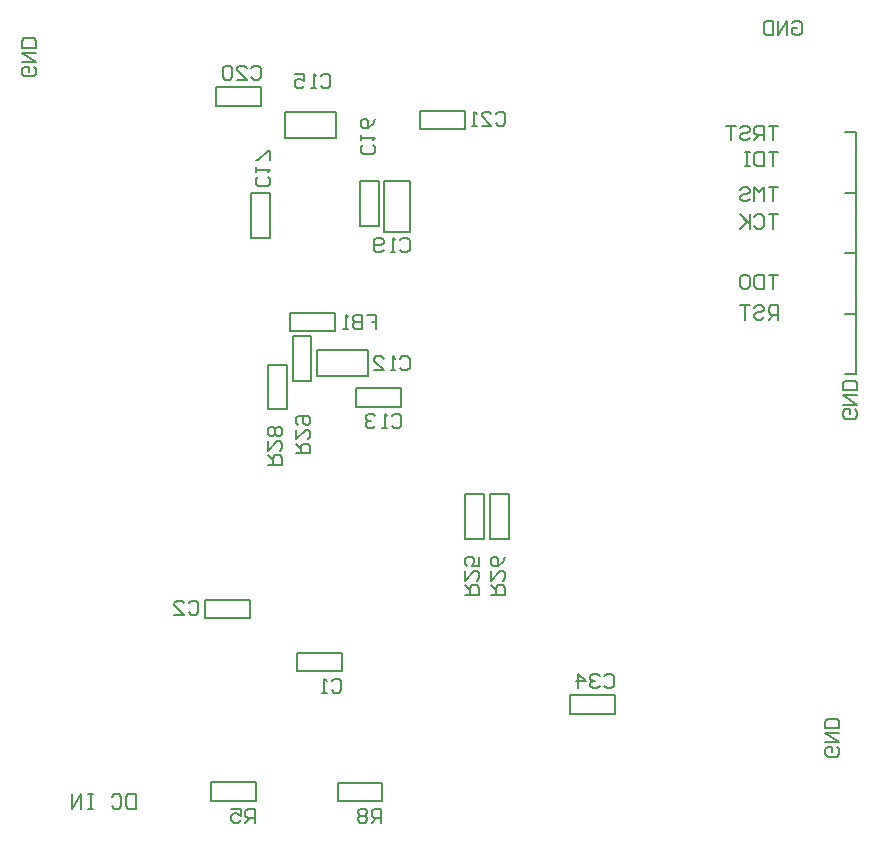
<source format=gbo>
%FSLAX44Y44*%
%MOMM*%
G71*
G01*
G75*
G04 Layer_Color=32896*
%ADD10R,1.0000X1.3000*%
%ADD11R,1.5000X0.6500*%
%ADD12R,1.3000X1.0000*%
%ADD13R,1.5000X1.5000*%
%ADD14R,1.5000X1.5000*%
%ADD15R,1.0000X2.5000*%
%ADD16R,1.0000X3.5000*%
%ADD17R,2.7000X3.0000*%
%ADD18R,1.1000X3.7900*%
%ADD19R,1.4000X3.5000*%
%ADD20O,2.1000X0.3000*%
%ADD21O,0.3000X2.1000*%
%ADD22O,2.1000X0.7000*%
%ADD23R,0.6500X1.5000*%
%ADD24R,0.5500X1.6500*%
%ADD25R,1.3000X1.2500*%
%ADD26C,1.0000*%
%ADD27R,0.3000X1.5000*%
%ADD28R,1.5000X0.3000*%
%ADD29R,5.0000X2.1000*%
%ADD30R,1.2000X1.2000*%
%ADD31R,1.2000X1.2000*%
%ADD32C,0.2000*%
%ADD33C,0.3000*%
%ADD34C,0.5000*%
%ADD35C,0.8000*%
%ADD36C,0.5500*%
%ADD37C,1.0000*%
%ADD38C,1.7000*%
%ADD39C,0.6500*%
%ADD40C,0.2500*%
%ADD41C,5.0000*%
%ADD42C,1.5000*%
%ADD43C,1.5000*%
%ADD44R,1.5000X1.5000*%
%ADD45C,1.6000*%
%ADD46C,2.9500*%
%ADD47C,2.9500*%
%ADD48C,2.2000*%
%ADD49C,1.7000*%
%ADD50C,1.6500*%
%ADD51R,1.6500X1.6500*%
%ADD52C,0.9000*%
%ADD53C,1.3000*%
%ADD54O,2.0000X4.0000*%
%ADD55O,4.0000X2.0000*%
%ADD56O,4.5000X2.0000*%
%ADD57R,5.0000X5.0000*%
%ADD58C,0.7000*%
%ADD59C,0.6000*%
%ADD60C,0.1000*%
%ADD61C,0.2540*%
%ADD62C,0.1800*%
%ADD63C,0.0254*%
%ADD64C,0.1500*%
%ADD65R,1.9000X4.1000*%
%ADD66R,1.2032X1.5032*%
%ADD67R,1.7032X0.8532*%
%ADD68R,1.5032X1.2032*%
%ADD69R,1.7032X1.7032*%
%ADD70R,1.7032X1.7032*%
%ADD71R,1.2032X2.7032*%
%ADD72R,1.2032X3.7032*%
%ADD73R,2.9032X3.2032*%
%ADD74R,1.3032X3.9932*%
%ADD75R,1.6032X3.7032*%
%ADD76O,2.3032X0.5032*%
%ADD77O,0.5032X2.3032*%
%ADD78O,2.3032X0.9032*%
%ADD79R,0.8532X1.7032*%
%ADD80R,0.7532X1.8532*%
%ADD81R,1.5032X1.4532*%
%ADD82C,1.2032*%
%ADD83R,0.5032X1.7032*%
%ADD84R,1.7032X0.5032*%
%ADD85R,5.2032X2.3032*%
%ADD86R,1.4032X1.4032*%
%ADD87R,1.4032X1.4032*%
%ADD88C,5.2032*%
%ADD89C,1.7032*%
%ADD90C,1.7032*%
%ADD91R,1.7032X1.7032*%
%ADD92C,1.8032*%
%ADD93C,3.1532*%
%ADD94C,3.1532*%
%ADD95C,2.4032*%
%ADD96C,1.9032*%
%ADD97C,1.8532*%
%ADD98R,1.8532X1.8532*%
%ADD99C,1.1032*%
%ADD100C,1.5032*%
%ADD101O,2.2032X4.2032*%
%ADD102O,4.2032X2.2032*%
%ADD103O,4.7032X2.2032*%
%ADD104R,5.2032X5.2032*%
D32*
X278500Y393000D02*
Y415000D01*
Y393000D02*
X321500D01*
Y415000D01*
X278500D02*
X321500D01*
X294500Y595000D02*
Y617000D01*
X251500D02*
X294500D01*
X251500Y595000D02*
Y617000D01*
Y595000D02*
X294500D01*
X335000Y515500D02*
X357000D01*
Y558500D01*
X335000D02*
X357000D01*
X335000Y515500D02*
Y558500D01*
X726000Y600000D02*
X735000D01*
Y395000D02*
Y600000D01*
X726000Y395000D02*
X735000D01*
X726000Y548000D02*
X735000D01*
X725500Y497500D02*
X735000D01*
X726000Y446000D02*
X735000D01*
X522003Y138997D02*
X524002Y140996D01*
X528001D01*
X530000Y138997D01*
Y130999D01*
X528001Y129000D01*
X524002D01*
X522003Y130999D01*
X518004Y138997D02*
X516004Y140996D01*
X512006D01*
X510006Y138997D01*
Y136997D01*
X512006Y134998D01*
X514005D01*
X512006D01*
X510006Y132999D01*
Y130999D01*
X512006Y129000D01*
X516004D01*
X518004Y130999D01*
X500010Y129000D02*
Y140996D01*
X506008Y134998D01*
X498010D01*
X333000Y15000D02*
Y26996D01*
X327002D01*
X325003Y24997D01*
Y20998D01*
X327002Y18999D01*
X333000D01*
X329001D02*
X325003Y15000D01*
X321004Y24997D02*
X319004Y26996D01*
X315006D01*
X313006Y24997D01*
Y22997D01*
X315006Y20998D01*
X313006Y18999D01*
Y16999D01*
X315006Y15000D01*
X319004D01*
X321004Y16999D01*
Y18999D01*
X319004Y20998D01*
X321004Y22997D01*
Y24997D01*
X319004Y20998D02*
X315006D01*
X226000Y15000D02*
Y26996D01*
X220002D01*
X218003Y24997D01*
Y20998D01*
X220002Y18999D01*
X226000D01*
X222001D02*
X218003Y15000D01*
X206007Y26996D02*
X214004D01*
Y20998D01*
X210005Y22997D01*
X208006D01*
X206007Y20998D01*
Y16999D01*
X208006Y15000D01*
X212005D01*
X214004Y16999D01*
X321003Y444996D02*
X329000D01*
Y438998D01*
X325001D01*
X329000D01*
Y433000D01*
X317004Y444996D02*
Y433000D01*
X311006D01*
X309007Y434999D01*
Y436999D01*
X311006Y438998D01*
X317004D01*
X311006D01*
X309007Y440997D01*
Y442997D01*
X311006Y444996D01*
X317004D01*
X305008Y433000D02*
X301009D01*
X303008D01*
Y444996D01*
X305008Y442997D01*
X430003Y614997D02*
X432002Y616996D01*
X436001D01*
X438000Y614997D01*
Y606999D01*
X436001Y605000D01*
X432002D01*
X430003Y606999D01*
X418007Y605000D02*
X426004D01*
X418007Y612997D01*
Y614997D01*
X420006Y616996D01*
X424005D01*
X426004Y614997D01*
X414008Y605000D02*
X410009D01*
X412008D01*
Y616996D01*
X414008Y614997D01*
X223003Y653997D02*
X225002Y655996D01*
X229001D01*
X231000Y653997D01*
Y645999D01*
X229001Y644000D01*
X225002D01*
X223003Y645999D01*
X211007Y644000D02*
X219004D01*
X211007Y651997D01*
Y653997D01*
X213006Y655996D01*
X217005D01*
X219004Y653997D01*
X207008D02*
X205008Y655996D01*
X201010D01*
X199010Y653997D01*
Y645999D01*
X201010Y644000D01*
X205008D01*
X207008Y645999D01*
Y653997D01*
X349003Y507997D02*
X351002Y509996D01*
X355001D01*
X357000Y507997D01*
Y499999D01*
X355001Y498000D01*
X351002D01*
X349003Y499999D01*
X345004Y498000D02*
X341005D01*
X343004D01*
Y509996D01*
X345004Y507997D01*
X335007Y499999D02*
X333008Y498000D01*
X329009D01*
X327010Y499999D01*
Y507997D01*
X329009Y509996D01*
X333008D01*
X335007Y507997D01*
Y505997D01*
X333008Y503998D01*
X327010D01*
X236997Y561997D02*
X238996Y559998D01*
Y555999D01*
X236997Y554000D01*
X228999D01*
X227000Y555999D01*
Y559998D01*
X228999Y561997D01*
X227000Y565996D02*
Y569995D01*
Y567995D01*
X238996D01*
X236997Y565996D01*
X238996Y575993D02*
Y583990D01*
X236997D01*
X228999Y575993D01*
X227000D01*
X325997Y588997D02*
X327996Y586998D01*
Y582999D01*
X325997Y581000D01*
X317999D01*
X316000Y582999D01*
Y586998D01*
X317999Y588997D01*
X316000Y592996D02*
Y596995D01*
Y594995D01*
X327996D01*
X325997Y592996D01*
X327996Y610990D02*
X325997Y606992D01*
X321998Y602993D01*
X317999D01*
X316000Y604992D01*
Y608991D01*
X317999Y610990D01*
X319999D01*
X321998Y608991D01*
Y602993D01*
X282003Y646997D02*
X284002Y648996D01*
X288001D01*
X290000Y646997D01*
Y638999D01*
X288001Y637000D01*
X284002D01*
X282003Y638999D01*
X278004Y637000D02*
X274005D01*
X276005D01*
Y648996D01*
X278004Y646997D01*
X260010Y648996D02*
X268007D01*
Y642998D01*
X264008Y644997D01*
X262009D01*
X260010Y642998D01*
Y638999D01*
X262009Y637000D01*
X266008D01*
X268007Y638999D01*
X342003Y358997D02*
X344002Y360996D01*
X348001D01*
X350000Y358997D01*
Y350999D01*
X348001Y349000D01*
X344002D01*
X342003Y350999D01*
X338004Y349000D02*
X334005D01*
X336004D01*
Y360996D01*
X338004Y358997D01*
X328007D02*
X326008Y360996D01*
X322009D01*
X320010Y358997D01*
Y356997D01*
X322009Y354998D01*
X324008D01*
X322009D01*
X320010Y352999D01*
Y350999D01*
X322009Y349000D01*
X326008D01*
X328007Y350999D01*
X349003Y407997D02*
X351002Y409996D01*
X355001D01*
X357000Y407997D01*
Y399999D01*
X355001Y398000D01*
X351002D01*
X349003Y399999D01*
X345004Y398000D02*
X341005D01*
X343004D01*
Y409996D01*
X345004Y407997D01*
X327010Y398000D02*
X335007D01*
X327010Y405997D01*
Y407997D01*
X329009Y409996D01*
X333008D01*
X335007Y407997D01*
X170003Y200997D02*
X172002Y202996D01*
X176001D01*
X178000Y200997D01*
Y192999D01*
X176001Y191000D01*
X172002D01*
X170003Y192999D01*
X158006Y191000D02*
X166004D01*
X158006Y198997D01*
Y200997D01*
X160006Y202996D01*
X164004D01*
X166004Y200997D01*
X291003Y134997D02*
X293002Y136996D01*
X297001D01*
X299000Y134997D01*
Y126999D01*
X297001Y125000D01*
X293002D01*
X291003Y126999D01*
X287004Y125000D02*
X283005D01*
X285005D01*
Y136996D01*
X287004Y134997D01*
X404000Y208000D02*
X415996D01*
Y213998D01*
X413997Y215997D01*
X409998D01*
X407999Y213998D01*
Y208000D01*
Y211999D02*
X404000Y215997D01*
Y227994D02*
Y219996D01*
X411997Y227994D01*
X413997D01*
X415996Y225994D01*
Y221996D01*
X413997Y219996D01*
X415996Y239990D02*
Y231992D01*
X409998D01*
X411997Y235991D01*
Y237990D01*
X409998Y239990D01*
X405999D01*
X404000Y237990D01*
Y233992D01*
X405999Y231992D01*
X426000Y208000D02*
X437996D01*
Y213998D01*
X435997Y215997D01*
X431998D01*
X429999Y213998D01*
Y208000D01*
Y211999D02*
X426000Y215997D01*
Y227994D02*
Y219996D01*
X433997Y227994D01*
X435997D01*
X437996Y225994D01*
Y221996D01*
X435997Y219996D01*
X437996Y239990D02*
X435997Y235991D01*
X431998Y231992D01*
X427999D01*
X426000Y233992D01*
Y237990D01*
X427999Y239990D01*
X429999D01*
X431998Y237990D01*
Y231992D01*
X237000Y318000D02*
X248996D01*
Y323998D01*
X246997Y325997D01*
X242998D01*
X240999Y323998D01*
Y318000D01*
Y321999D02*
X237000Y325997D01*
Y337994D02*
Y329996D01*
X244997Y337994D01*
X246997D01*
X248996Y335994D01*
Y331996D01*
X246997Y329996D01*
Y341992D02*
X248996Y343992D01*
Y347990D01*
X246997Y349990D01*
X244997D01*
X242998Y347990D01*
X240999Y349990D01*
X238999D01*
X237000Y347990D01*
Y343992D01*
X238999Y341992D01*
X240999D01*
X242998Y343992D01*
X244997Y341992D01*
X246997D01*
X242998Y343992D02*
Y347990D01*
X260980Y327705D02*
X272976D01*
Y333703D01*
X270977Y335703D01*
X266978D01*
X264979Y333703D01*
Y327705D01*
Y331704D02*
X260980Y335703D01*
Y347699D02*
Y339701D01*
X268978Y347699D01*
X270977D01*
X272976Y345700D01*
Y341701D01*
X270977Y339701D01*
X262980Y351698D02*
X260980Y353697D01*
Y357696D01*
X262980Y359695D01*
X270977D01*
X272976Y357696D01*
Y353697D01*
X270977Y351698D01*
X268978D01*
X266978Y353697D01*
Y359695D01*
X718997Y78997D02*
X720996Y76998D01*
Y72999D01*
X718997Y71000D01*
X710999D01*
X709000Y72999D01*
Y76998D01*
X710999Y78997D01*
X714998D01*
Y74999D01*
X709000Y82996D02*
X720996D01*
X709000Y90993D01*
X720996D01*
Y94992D02*
X709000D01*
Y100990D01*
X710999Y102990D01*
X718997D01*
X720996Y100990D01*
Y94992D01*
X681003Y691997D02*
X683002Y693996D01*
X687001D01*
X689000Y691997D01*
Y683999D01*
X687001Y682000D01*
X683002D01*
X681003Y683999D01*
Y687998D01*
X685001D01*
X677004Y682000D02*
Y693996D01*
X669007Y682000D01*
Y693996D01*
X665008D02*
Y682000D01*
X659010D01*
X657010Y683999D01*
Y691997D01*
X659010Y693996D01*
X665008D01*
X38997Y654997D02*
X40996Y652998D01*
Y648999D01*
X38997Y647000D01*
X30999D01*
X29000Y648999D01*
Y652998D01*
X30999Y654997D01*
X34998D01*
Y650999D01*
X29000Y658996D02*
X40996D01*
X29000Y666993D01*
X40996D01*
Y670992D02*
X29000D01*
Y676990D01*
X30999Y678990D01*
X38997D01*
X40996Y676990D01*
Y670992D01*
X125000Y38996D02*
Y27000D01*
X119002D01*
X117003Y28999D01*
Y36997D01*
X119002Y38996D01*
X125000D01*
X105007Y36997D02*
X107006Y38996D01*
X111004D01*
X113004Y36997D01*
Y28999D01*
X111004Y27000D01*
X107006D01*
X105007Y28999D01*
X89012Y38996D02*
X85013D01*
X87012D01*
Y27000D01*
X89012D01*
X85013D01*
X79015D02*
Y38996D01*
X71017Y27000D01*
Y38996D01*
X669000Y604996D02*
X661003D01*
X665001D01*
Y593000D01*
X657004D02*
Y604996D01*
X651006D01*
X649007Y602997D01*
Y598998D01*
X651006Y596999D01*
X657004D01*
X653005D02*
X649007Y593000D01*
X637010Y602997D02*
X639010Y604996D01*
X643008D01*
X645008Y602997D01*
Y600997D01*
X643008Y598998D01*
X639010D01*
X637010Y596999D01*
Y594999D01*
X639010Y593000D01*
X643008D01*
X645008Y594999D01*
X633012Y604996D02*
X625014D01*
X629013D01*
Y593000D01*
X669000Y582996D02*
X661003D01*
X665001D01*
Y571000D01*
X657004Y582996D02*
Y571000D01*
X651006D01*
X649007Y572999D01*
Y580997D01*
X651006Y582996D01*
X657004D01*
X645008D02*
X641009D01*
X643008D01*
Y571000D01*
X645008D01*
X641009D01*
X669000Y552996D02*
X661003D01*
X665001D01*
Y541000D01*
X657004D02*
Y552996D01*
X653005Y548997D01*
X649007Y552996D01*
Y541000D01*
X637010Y550997D02*
X639010Y552996D01*
X643008D01*
X645008Y550997D01*
Y548997D01*
X643008Y546998D01*
X639010D01*
X637010Y544999D01*
Y542999D01*
X639010Y541000D01*
X643008D01*
X645008Y542999D01*
X669000Y529996D02*
X661003D01*
X665001D01*
Y518000D01*
X649007Y527997D02*
X651006Y529996D01*
X655005D01*
X657004Y527997D01*
Y519999D01*
X655005Y518000D01*
X651006D01*
X649007Y519999D01*
X645008Y529996D02*
Y518000D01*
Y521999D01*
X637010Y529996D01*
X643008Y523998D01*
X637010Y518000D01*
X669000Y478996D02*
X661003D01*
X665001D01*
Y467000D01*
X657004Y478996D02*
Y467000D01*
X651006D01*
X649007Y468999D01*
Y476997D01*
X651006Y478996D01*
X657004D01*
X639010D02*
X643008D01*
X645008Y476997D01*
Y468999D01*
X643008Y467000D01*
X639010D01*
X637010Y468999D01*
Y476997D01*
X639010Y478996D01*
X669000Y441000D02*
Y452996D01*
X663002D01*
X661003Y450997D01*
Y446998D01*
X663002Y444999D01*
X669000D01*
X665001D02*
X661003Y441000D01*
X649007Y450997D02*
X651006Y452996D01*
X655005D01*
X657004Y450997D01*
Y448997D01*
X655005Y446998D01*
X651006D01*
X649007Y444999D01*
Y442999D01*
X651006Y441000D01*
X655005D01*
X657004Y442999D01*
X645008Y452996D02*
X637010D01*
X641009D01*
Y441000D01*
X733997Y364997D02*
X735996Y362998D01*
Y358999D01*
X733997Y357000D01*
X725999D01*
X724000Y358999D01*
Y362998D01*
X725999Y364997D01*
X729998D01*
Y360999D01*
X724000Y368996D02*
X735996D01*
X724000Y376993D01*
X735996D01*
Y380992D02*
X724000D01*
Y386990D01*
X725999Y388990D01*
X733997D01*
X735996Y386990D01*
Y380992D01*
D62*
X299900Y143100D02*
Y158900D01*
X262100D02*
X299900D01*
X262100Y143100D02*
Y158900D01*
Y143100D02*
X299900D01*
X184100Y188100D02*
Y203900D01*
Y188100D02*
X221900D01*
Y203900D01*
X184100D02*
X221900D01*
X349900Y367100D02*
Y382900D01*
X312100D02*
X349900D01*
X312100Y367100D02*
Y382900D01*
Y367100D02*
X349900D01*
X315100Y557900D02*
X330900D01*
X315100Y520100D02*
Y557900D01*
Y520100D02*
X330900D01*
Y557900D01*
X223100Y510100D02*
X238900D01*
Y547900D01*
X223100D02*
X238900D01*
X223100Y510100D02*
Y547900D01*
X193100Y622100D02*
Y637900D01*
Y622100D02*
X230900D01*
Y637900D01*
X193100D02*
X230900D01*
X403900Y602100D02*
Y617900D01*
X366100D02*
X403900D01*
X366100Y602100D02*
Y617900D01*
Y602100D02*
X403900D01*
X493100Y107100D02*
Y122900D01*
Y107100D02*
X530900D01*
Y122900D01*
X493100D02*
X530900D01*
X256100Y431100D02*
Y446900D01*
Y431100D02*
X293900D01*
Y446900D01*
X256100D02*
X293900D01*
X189100Y33470D02*
Y49270D01*
Y33470D02*
X226900D01*
Y49270D01*
X189100D02*
X226900D01*
X296100Y33100D02*
Y48900D01*
Y33100D02*
X333900D01*
Y48900D01*
X296100D02*
X333900D01*
X404100Y292900D02*
X419900D01*
X404100Y255100D02*
Y292900D01*
Y255100D02*
X419900D01*
Y292900D01*
X425100D02*
X440900D01*
X425100Y255100D02*
Y292900D01*
Y255100D02*
X440900D01*
Y292900D01*
X237100Y365100D02*
X252900D01*
Y402900D01*
X237100D02*
X252900D01*
X237100Y365100D02*
Y402900D01*
X258100Y389100D02*
X273900D01*
Y426900D01*
X258100D02*
X273900D01*
X258100Y389100D02*
Y426900D01*
M02*

</source>
